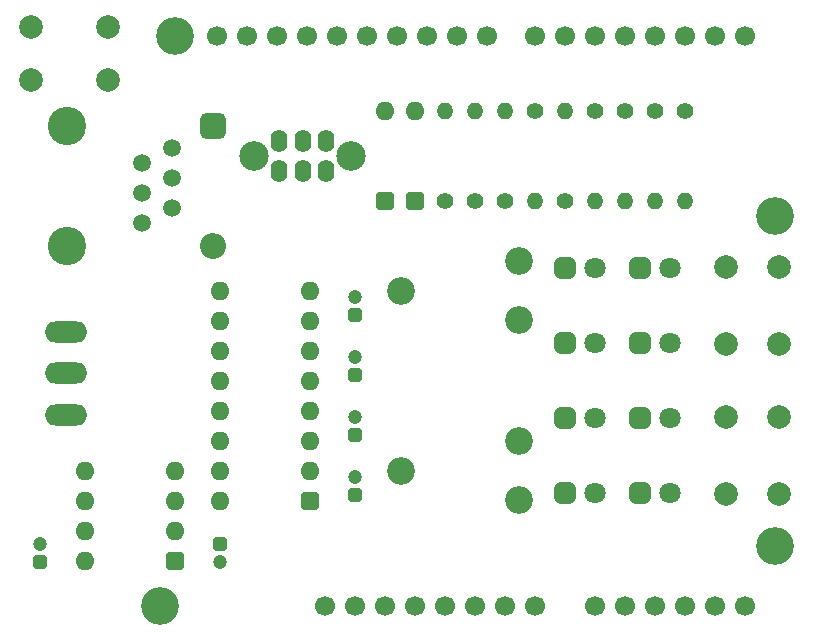
<source format=gbr>
%TF.GenerationSoftware,KiCad,Pcbnew,7.0.1*%
%TF.CreationDate,2024-11-29T14:27:23-05:00*%
%TF.ProjectId,ModbusRTU-Test-Shield,4d6f6462-7573-4525-9455-2d546573742d,1.0.0*%
%TF.SameCoordinates,PX6486dd0PY8062360*%
%TF.FileFunction,Soldermask,Bot*%
%TF.FilePolarity,Negative*%
%FSLAX46Y46*%
G04 Gerber Fmt 4.6, Leading zero omitted, Abs format (unit mm)*
G04 Created by KiCad (PCBNEW 7.0.1) date 2024-11-29 14:27:23*
%MOMM*%
%LPD*%
G01*
G04 APERTURE LIST*
G04 Aperture macros list*
%AMRoundRect*
0 Rectangle with rounded corners*
0 $1 Rounding radius*
0 $2 $3 $4 $5 $6 $7 $8 $9 X,Y pos of 4 corners*
0 Add a 4 corners polygon primitive as box body*
4,1,4,$2,$3,$4,$5,$6,$7,$8,$9,$2,$3,0*
0 Add four circle primitives for the rounded corners*
1,1,$1+$1,$2,$3*
1,1,$1+$1,$4,$5*
1,1,$1+$1,$6,$7*
1,1,$1+$1,$8,$9*
0 Add four rect primitives between the rounded corners*
20,1,$1+$1,$2,$3,$4,$5,0*
20,1,$1+$1,$4,$5,$6,$7,0*
20,1,$1+$1,$6,$7,$8,$9,0*
20,1,$1+$1,$8,$9,$2,$3,0*%
G04 Aperture macros list end*
%ADD10C,1.700000*%
%ADD11RoundRect,0.300000X-0.300000X0.300000X-0.300000X-0.300000X0.300000X-0.300000X0.300000X0.300000X0*%
%ADD12C,1.200000*%
%ADD13RoundRect,0.300000X0.300000X-0.300000X0.300000X0.300000X-0.300000X0.300000X-0.300000X-0.300000X0*%
%ADD14C,2.000000*%
%ADD15RoundRect,0.450000X-0.450000X-0.450000X0.450000X-0.450000X0.450000X0.450000X-0.450000X0.450000X0*%
%ADD16C,1.800000*%
%ADD17C,1.400000*%
%ADD18O,1.400000X1.400000*%
%ADD19RoundRect,0.400000X0.400000X0.400000X-0.400000X0.400000X-0.400000X-0.400000X0.400000X-0.400000X0*%
%ADD20O,1.600000X1.600000*%
%ADD21RoundRect,0.400000X0.400000X-0.400000X0.400000X0.400000X-0.400000X0.400000X-0.400000X-0.400000X0*%
%ADD22O,3.600000X1.800000*%
%ADD23O,1.400000X1.900000*%
%ADD24C,2.500000*%
%ADD25C,3.200000*%
%ADD26C,2.340000*%
%ADD27RoundRect,0.550000X-0.550000X0.550000X-0.550000X-0.550000X0.550000X-0.550000X0.550000X0.550000X0*%
%ADD28O,2.200000X2.200000*%
%ADD29C,3.250000*%
%ADD30C,1.520000*%
G04 APERTURE END LIST*
D10*
%TO.C,J3*%
X27940000Y2540000D03*
X30480000Y2540000D03*
X33020000Y2540000D03*
X35560000Y2540000D03*
X38100000Y2540000D03*
X40640000Y2540000D03*
X43180000Y2540000D03*
X45720000Y2540000D03*
%TD*%
%TO.C,J4*%
X50800000Y2540000D03*
X53340000Y2540000D03*
X55880000Y2540000D03*
X58420000Y2540000D03*
X60960000Y2540000D03*
X63500000Y2540000D03*
%TD*%
%TO.C,J2*%
X41656000Y50800000D03*
X39116000Y50800000D03*
X36576000Y50800000D03*
X34036000Y50800000D03*
X31496000Y50800000D03*
X28956000Y50800000D03*
X26416000Y50800000D03*
X23876000Y50800000D03*
X21336000Y50800000D03*
X18796000Y50800000D03*
%TD*%
%TO.C,J1*%
X63500000Y50800000D03*
X60960000Y50800000D03*
X58420000Y50800000D03*
X55880000Y50800000D03*
X53340000Y50800000D03*
X50800000Y50800000D03*
X48260000Y50800000D03*
X45720000Y50800000D03*
%TD*%
D11*
%TO.C,C2*%
X19050000Y7735000D03*
D12*
X19050000Y6235000D03*
%TD*%
D13*
%TO.C,C4*%
X30480000Y11950000D03*
D12*
X30480000Y13450000D03*
%TD*%
D14*
%TO.C,SW1*%
X61885000Y11990000D03*
X61885000Y18490000D03*
X66385000Y11990000D03*
X66385000Y18490000D03*
%TD*%
%TO.C,SW2*%
X61885000Y24690000D03*
X61885000Y31190000D03*
X66385000Y24690000D03*
X66385000Y31190000D03*
%TD*%
D15*
%TO.C,D5*%
X48260000Y12065000D03*
D16*
X50800000Y12065000D03*
%TD*%
D15*
%TO.C,D6*%
X48260000Y18415000D03*
D16*
X50800000Y18415000D03*
%TD*%
D17*
%TO.C,R2*%
X55880000Y44450000D03*
D18*
X55880000Y36830000D03*
%TD*%
D19*
%TO.C,U1*%
X15240000Y6350000D03*
D20*
X15240000Y8890000D03*
X15240000Y11430000D03*
X15240000Y13970000D03*
X7620000Y13970000D03*
X7620000Y11430000D03*
X7620000Y8890000D03*
X7620000Y6350000D03*
%TD*%
D21*
%TO.C,D10*%
X33020000Y36830000D03*
D20*
X33020000Y44450000D03*
%TD*%
D22*
%TO.C,J5*%
X6000000Y25725000D03*
X6000000Y22225000D03*
X6000000Y18725000D03*
%TD*%
D17*
%TO.C,R3*%
X53340000Y44450000D03*
D18*
X53340000Y36830000D03*
%TD*%
D17*
%TO.C,R1*%
X58420000Y44450000D03*
D18*
X58420000Y36830000D03*
%TD*%
D15*
%TO.C,D3*%
X54610000Y24765000D03*
D16*
X57150000Y24765000D03*
%TD*%
D13*
%TO.C,C6*%
X30480000Y22110000D03*
D12*
X30480000Y23610000D03*
%TD*%
D23*
%TO.C,SW4*%
X28035000Y39390000D03*
X26035000Y39390000D03*
X24035000Y39390000D03*
X28035000Y41890000D03*
X26035000Y41890000D03*
X24035000Y41890000D03*
D24*
X30135000Y40640000D03*
X21935000Y40640000D03*
%TD*%
D25*
%TO.C,MH1*%
X15240000Y50800000D03*
%TD*%
D21*
%TO.C,D9*%
X35560000Y36830000D03*
D20*
X35560000Y44450000D03*
%TD*%
D26*
%TO.C,RV1*%
X44370000Y16470000D03*
X34370000Y13970000D03*
X44370000Y11470000D03*
%TD*%
D27*
%TO.C,D11*%
X18415000Y43180000D03*
D28*
X18415000Y33020000D03*
%TD*%
D15*
%TO.C,D2*%
X54610000Y18415000D03*
D16*
X57150000Y18415000D03*
%TD*%
D29*
%TO.C,J6*%
X6080000Y43180000D03*
X6080000Y33020000D03*
D30*
X14970000Y41270000D03*
X12430000Y40000000D03*
X14970000Y38730000D03*
X12430000Y37460000D03*
X14970000Y36190000D03*
X12430000Y34920000D03*
%TD*%
D17*
%TO.C,R4*%
X50800000Y44450000D03*
D18*
X50800000Y36830000D03*
%TD*%
D15*
%TO.C,D7*%
X48260000Y24765000D03*
D16*
X50800000Y24765000D03*
%TD*%
D15*
%TO.C,D8*%
X48260000Y31115000D03*
D16*
X50800000Y31115000D03*
%TD*%
D17*
%TO.C,R9*%
X38100000Y36830000D03*
D18*
X38100000Y44450000D03*
%TD*%
D26*
%TO.C,RV2*%
X44370000Y31710000D03*
X34370000Y29210000D03*
X44370000Y26710000D03*
%TD*%
D15*
%TO.C,D4*%
X54610000Y31115000D03*
D16*
X57150000Y31115000D03*
%TD*%
D13*
%TO.C,C5*%
X30480000Y27190000D03*
D12*
X30480000Y28690000D03*
%TD*%
D17*
%TO.C,R6*%
X45720000Y44450000D03*
D18*
X45720000Y36830000D03*
%TD*%
D17*
%TO.C,R7*%
X43180000Y36830000D03*
D18*
X43180000Y44450000D03*
%TD*%
D13*
%TO.C,C3*%
X30480000Y17030000D03*
D12*
X30480000Y18530000D03*
%TD*%
D14*
%TO.C,SW3*%
X9550000Y47050000D03*
X3050000Y47050000D03*
X9550000Y51550000D03*
X3050000Y51550000D03*
%TD*%
D19*
%TO.C,U2*%
X26670000Y11430000D03*
D20*
X26670000Y13970000D03*
X26670000Y16510000D03*
X26670000Y19050000D03*
X26670000Y21590000D03*
X26670000Y24130000D03*
X26670000Y26670000D03*
X26670000Y29210000D03*
X19050000Y29210000D03*
X19050000Y26670000D03*
X19050000Y24130000D03*
X19050000Y21590000D03*
X19050000Y19050000D03*
X19050000Y16510000D03*
X19050000Y13970000D03*
X19050000Y11430000D03*
%TD*%
D17*
%TO.C,R8*%
X40640000Y36830000D03*
D18*
X40640000Y44450000D03*
%TD*%
D15*
%TO.C,D1*%
X54610000Y12065000D03*
D16*
X57150000Y12065000D03*
%TD*%
D25*
%TO.C,MH2*%
X13970000Y2540000D03*
%TD*%
D17*
%TO.C,R5*%
X48260000Y36830000D03*
D18*
X48260000Y44450000D03*
%TD*%
D25*
%TO.C,MH3*%
X66040000Y35560000D03*
%TD*%
D13*
%TO.C,C1*%
X3810000Y6235000D03*
D12*
X3810000Y7735000D03*
%TD*%
D25*
%TO.C,MH4*%
X66040000Y7620000D03*
%TD*%
M02*

</source>
